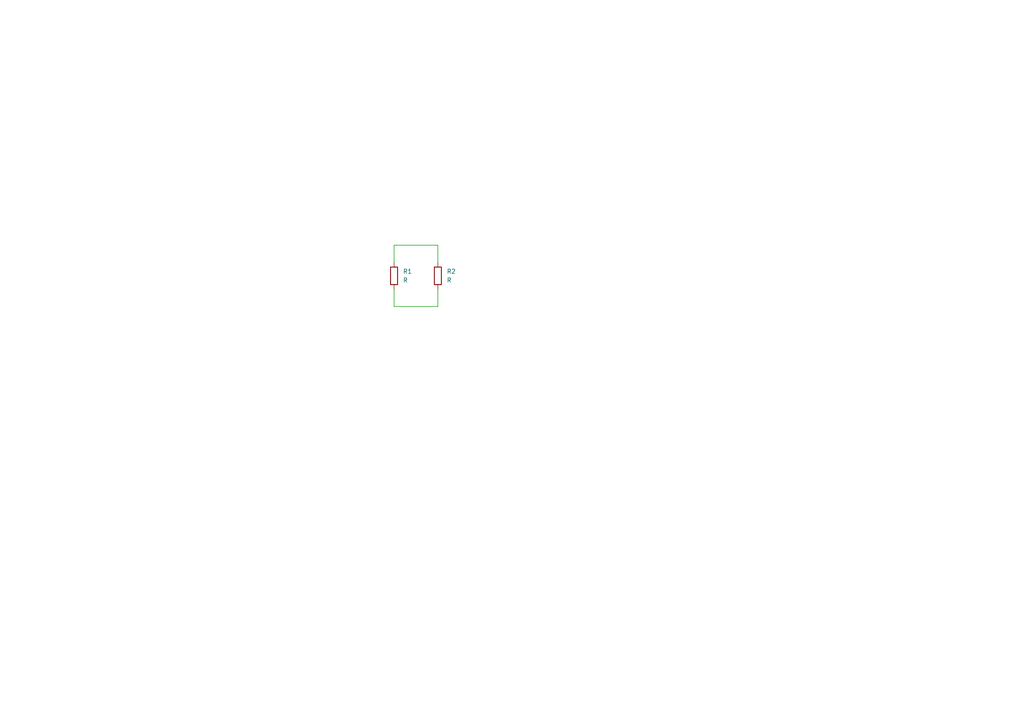
<source format=kicad_sch>
(kicad_sch (version 20230121) (generator eeschema)
  (paper "A4")
  (lib_symbols
    (symbol "Device:R" (pin_numbers hide) (pin_names (offset 0))
      (property "Reference" "R" (at 2.032 0 90))
      (property "Value" "R" (at 0 0 90))
      (symbol "R_0_1"
        (rectangle (start -1.016 -2.54) (end 1.016 2.54) (stroke (width 0.254)))
      )
      (symbol "R_1_1"
        (pin passive line (at 0 3.81 270) (length 1.27) (name "~") (number "1"))
        (pin passive line (at 0 -3.81 90) (length 1.27) (name "~") (number "2"))
      )
    )
  )
  (wire (pts (xy 114.3 71.12) (xy 127 71.12)))
  (wire (pts (xy 127 83.82) (xy 127 88.9)))
  (wire (pts (xy 114.3 76.2) (xy 114.3 71.12)))
  (wire (pts (xy 127 71.12) (xy 127 76.2)))
  (wire (pts (xy 114.3 88.9) (xy 127 88.9)))
  (wire (pts (xy 114.3 83.82) (xy 114.3 88.9)))
  (symbol (lib_id "Device:R") (at 114.3 80.01 0) (unit 1)
    (property "Reference" "R1" (at 116.84 78.7399 0) (effects (justify left)))
    (property "Value" "R" (at 116.84 81.2799 0) (effects (justify left)))
    (property "Footprint" "Resistor_SMD:R_0805_2012Metric" (effects hide))
  )
  (symbol (lib_id "Device:R") (at 127 80.01 0) (unit 1) (in_bom no)
    (property "Reference" "R2" (at 129.54 78.7399 0) (effects (justify left)))
    (property "Value" "R" (at 129.54 81.2799 0) (effects (justify left)))
    (property "Footprint" "Resistor_SMD:R_0805_2012Metric" (effects hide))
  )
)
</source>
